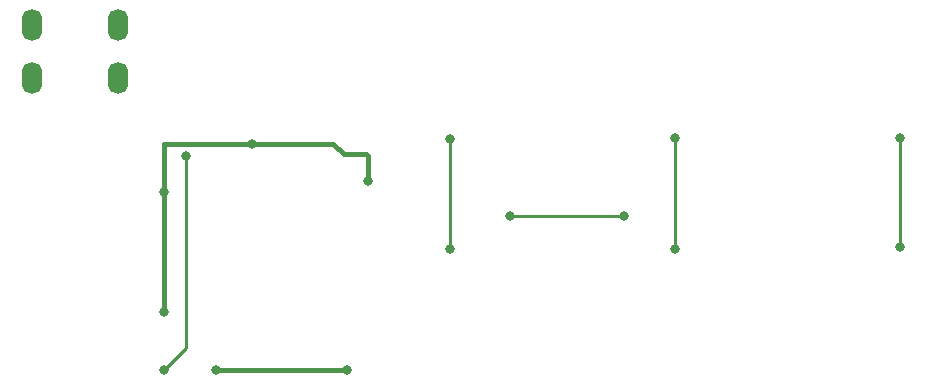
<source format=gtl>
G04 #@! TF.GenerationSoftware,KiCad,Pcbnew,(5.1.4)-1*
G04 #@! TF.CreationDate,2023-05-28T14:22:49-07:00*
G04 #@! TF.ProjectId,keypad,6b657970-6164-42e6-9b69-6361645f7063,rev?*
G04 #@! TF.SameCoordinates,Original*
G04 #@! TF.FileFunction,Copper,L1,Top*
G04 #@! TF.FilePolarity,Positive*
%FSLAX46Y46*%
G04 Gerber Fmt 4.6, Leading zero omitted, Abs format (unit mm)*
G04 Created by KiCad (PCBNEW (5.1.4)-1) date 2023-05-28 14:22:49*
%MOMM*%
%LPD*%
G04 APERTURE LIST*
%ADD10O,1.700000X2.700000*%
%ADD11C,0.800000*%
%ADD12C,0.381000*%
%ADD13C,0.254000*%
G04 APERTURE END LIST*
D10*
X164625000Y-104243750D03*
X171925000Y-104243750D03*
X171925000Y-108743750D03*
X164625000Y-108743750D03*
D11*
X175768000Y-128576000D03*
X193040000Y-117475000D03*
X183261000Y-114300000D03*
X175768000Y-118364000D03*
X191262000Y-133477000D03*
X180213000Y-133477000D03*
X200025000Y-113919000D03*
X200025000Y-123190000D03*
X219075000Y-113792000D03*
X219075000Y-123190000D03*
X238125000Y-113792000D03*
X238125000Y-123063000D03*
X205105000Y-120396000D03*
X214757000Y-120396000D03*
X175768000Y-133477000D03*
X177673000Y-115316000D03*
D12*
X190119000Y-114300000D02*
X191008000Y-115189000D01*
X191008000Y-115189000D02*
X192913000Y-115189000D01*
X192913000Y-115189000D02*
X193040000Y-115316000D01*
X193040000Y-115316000D02*
X193040000Y-117475000D01*
X183515000Y-114300000D02*
X183261000Y-114300000D01*
X183515000Y-114300000D02*
X190119000Y-114300000D01*
X175768000Y-114300000D02*
X183515000Y-114300000D01*
X175768000Y-118364000D02*
X175768000Y-114300000D01*
X175768000Y-128576000D02*
X175768000Y-118364000D01*
X191262000Y-133477000D02*
X180213000Y-133477000D01*
D13*
X200025000Y-113919000D02*
X200025000Y-123190000D01*
X219075000Y-113792000D02*
X219075000Y-123190000D01*
X238125000Y-113792000D02*
X238125000Y-123063000D01*
X205105000Y-120396000D02*
X214757000Y-120396000D01*
X175768000Y-133477000D02*
X177673000Y-131572000D01*
X177673000Y-131572000D02*
X177673000Y-115316000D01*
M02*

</source>
